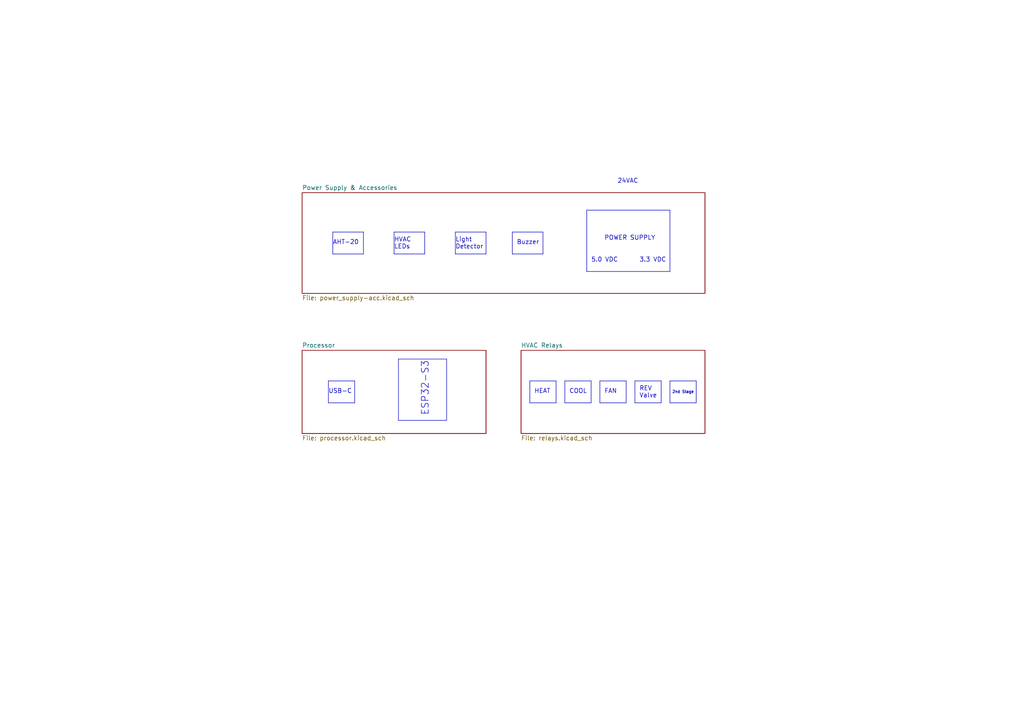
<source format=kicad_sch>
(kicad_sch
	(version 20250114)
	(generator "eeschema")
	(generator_version "9.0")
	(uuid "9849e7c6-d846-4b7e-a6f5-430ab599b80a")
	(paper "A4")
	(title_block
		(title "Smart Thermostat")
		(date "2024-02-09")
		(rev "0.6.0")
		(company "Steve Meisner")
		(comment 1 "steve@meisners.net")
		(comment 2 "(C) 2024 Steven Meisner ")
	)
	(lib_symbols)
	(text "Light\nDetector"
		(exclude_from_sim no)
		(at 132.08 72.39 0)
		(effects
			(font
				(size 1.27 1.27)
			)
			(justify left bottom)
		)
		(uuid "0a7c69bd-973b-4abf-9637-3509815d639e")
	)
	(text "USB-C"
		(exclude_from_sim no)
		(at 95.25 114.3 0)
		(effects
			(font
				(size 1.27 1.27)
			)
			(justify left bottom)
		)
		(uuid "2d85a6e1-9dc8-45c4-af11-ecc13cb7db88")
	)
	(text "2nd Stage"
		(exclude_from_sim no)
		(at 194.945 114.3 0)
		(effects
			(font
				(size 0.8 0.8)
			)
			(justify left bottom)
		)
		(uuid "3a61b60d-27b6-4604-9bcf-c2eb0eedacef")
	)
	(text "HEAT"
		(exclude_from_sim no)
		(at 154.94 114.3 0)
		(effects
			(font
				(size 1.27 1.27)
			)
			(justify left bottom)
		)
		(uuid "3db5a874-78c9-437b-af85-01a023dba23c")
	)
	(text "AHT-20"
		(exclude_from_sim no)
		(at 96.52 71.12 0)
		(effects
			(font
				(size 1.27 1.27)
			)
			(justify left bottom)
		)
		(uuid "51ffb460-81ac-4749-adca-74ce87ad2e39")
	)
	(text "HVAC\nLEDs"
		(exclude_from_sim no)
		(at 114.3 72.39 0)
		(effects
			(font
				(size 1.27 1.27)
			)
			(justify left bottom)
		)
		(uuid "59c7bbff-1cab-4277-908f-1404dac0dfae")
	)
	(text "FAN"
		(exclude_from_sim no)
		(at 175.26 114.3 0)
		(effects
			(font
				(size 1.27 1.27)
			)
			(justify left bottom)
		)
		(uuid "6cb491a8-af8d-4d4a-b816-d75cdbf4a308")
	)
	(text "Buzzer"
		(exclude_from_sim no)
		(at 149.86 71.12 0)
		(effects
			(font
				(size 1.27 1.27)
			)
			(justify left bottom)
		)
		(uuid "6de70376-fff9-4971-a00b-52572f6c51ba")
	)
	(text "POWER SUPPLY"
		(exclude_from_sim no)
		(at 175.26 69.85 0)
		(effects
			(font
				(size 1.27 1.27)
			)
			(justify left bottom)
		)
		(uuid "76badf2a-06f0-4e9e-a088-b176f4d97bf9")
	)
	(text "5.0 VDC"
		(exclude_from_sim no)
		(at 171.45 76.2 0)
		(effects
			(font
				(size 1.27 1.27)
			)
			(justify left bottom)
		)
		(uuid "98d8209c-7f34-4cd2-b26d-5a0a9549d2bc")
	)
	(text "3.3 VDC"
		(exclude_from_sim no)
		(at 185.42 76.2 0)
		(effects
			(font
				(size 1.27 1.27)
			)
			(justify left bottom)
		)
		(uuid "a7672e9e-72a6-43b5-a2c7-a056d8a2c572")
	)
	(text "REV\nValve"
		(exclude_from_sim no)
		(at 185.42 115.57 0)
		(effects
			(font
				(size 1.27 1.27)
			)
			(justify left bottom)
		)
		(uuid "c4d603d4-adcd-4197-a4ce-95283dc9e621")
	)
	(text "ESP32-S3"
		(exclude_from_sim no)
		(at 124.46 120.65 90)
		(effects
			(font
				(size 2 2)
			)
			(justify left bottom)
		)
		(uuid "cc481a0f-e376-4516-8701-ea2b94ad104a")
	)
	(text "24VAC"
		(exclude_from_sim no)
		(at 179.07 53.34 0)
		(effects
			(font
				(size 1.27 1.27)
			)
			(justify left bottom)
		)
		(uuid "db748078-6a1c-4337-a171-1688765b9154")
	)
	(text "COOL"
		(exclude_from_sim no)
		(at 165.1 114.3 0)
		(effects
			(font
				(size 1.27 1.27)
			)
			(justify left bottom)
		)
		(uuid "e332459c-95d2-48bf-858a-7daea91ff7f5")
	)
	(polyline
		(pts
			(xy 129.54 104.14) (xy 129.54 121.92)
		)
		(stroke
			(width 0)
			(type solid)
		)
		(uuid "1039e89b-6dc2-42d3-85cd-f48efb6a4af6")
	)
	(polyline
		(pts
			(xy 173.99 116.84) (xy 181.61 116.84)
		)
		(stroke
			(width 0)
			(type solid)
		)
		(uuid "10669ac9-80f3-4206-97a2-6379bdd1f02d")
	)
	(polyline
		(pts
			(xy 129.54 121.92) (xy 115.57 121.92)
		)
		(stroke
			(width 0)
			(type solid)
		)
		(uuid "1689c894-daf0-48dd-8b95-6671cfe1878a")
	)
	(polyline
		(pts
			(xy 132.08 67.31) (xy 140.97 67.31)
		)
		(stroke
			(width 0)
			(type solid)
		)
		(uuid "19c1fdfe-b7e6-4e83-976c-93bd126ff9c7")
	)
	(polyline
		(pts
			(xy 181.61 110.49) (xy 181.61 116.84)
		)
		(stroke
			(width 0)
			(type solid)
		)
		(uuid "20b24055-75c9-4588-85ec-b8cde1a64f65")
	)
	(polyline
		(pts
			(xy 184.15 110.49) (xy 191.77 110.49)
		)
		(stroke
			(width 0)
			(type solid)
		)
		(uuid "24d3e8c9-f819-4c00-958e-331db4b3b61e")
	)
	(polyline
		(pts
			(xy 184.15 116.84) (xy 191.77 116.84)
		)
		(stroke
			(width 0)
			(type solid)
		)
		(uuid "24d96608-613c-4602-a75e-4f026a117f8c")
	)
	(polyline
		(pts
			(xy 194.31 116.84) (xy 201.93 116.84)
		)
		(stroke
			(width 0)
			(type solid)
		)
		(uuid "276391b6-2d6a-4b56-9710-c83d47e793fb")
	)
	(polyline
		(pts
			(xy 157.48 67.31) (xy 157.48 73.66)
		)
		(stroke
			(width 0)
			(type solid)
		)
		(uuid "33c1f06b-e4c9-4552-a958-45a04800b9c6")
	)
	(polyline
		(pts
			(xy 170.18 60.96) (xy 170.18 78.74)
		)
		(stroke
			(width 0)
			(type solid)
		)
		(uuid "37c37dd2-7203-4315-ba95-b6dded35b76c")
	)
	(polyline
		(pts
			(xy 102.87 110.49) (xy 102.87 116.84)
		)
		(stroke
			(width 0)
			(type solid)
		)
		(uuid "3920845a-34f0-492a-b515-77c60fbf3344")
	)
	(polyline
		(pts
			(xy 153.67 116.84) (xy 161.29 116.84)
		)
		(stroke
			(width 0)
			(type solid)
		)
		(uuid "3d0beb2b-eb1e-47f4-bccb-8d32c44b0d72")
	)
	(polyline
		(pts
			(xy 194.31 110.49) (xy 194.31 116.84)
		)
		(stroke
			(width 0)
			(type solid)
		)
		(uuid "3e697f48-7a09-4be3-a010-13878f47d881")
	)
	(polyline
		(pts
			(xy 191.77 110.49) (xy 191.77 116.84)
		)
		(stroke
			(width 0)
			(type solid)
		)
		(uuid "410a4907-f9e4-46c9-a9dd-0dea81838125")
	)
	(polyline
		(pts
			(xy 163.83 110.49) (xy 171.45 110.49)
		)
		(stroke
			(width 0)
			(type solid)
		)
		(uuid "41846b7a-053e-4d0e-b64b-c766a8385437")
	)
	(polyline
		(pts
			(xy 105.41 67.31) (xy 105.41 73.66)
		)
		(stroke
			(width 0)
			(type solid)
		)
		(uuid "46c87a9e-d167-4582-91a3-0c966eb9db84")
	)
	(polyline
		(pts
			(xy 184.15 110.49) (xy 184.15 116.84)
		)
		(stroke
			(width 0)
			(type solid)
		)
		(uuid "49602eb7-bef5-46bb-8c46-2799fe588775")
	)
	(polyline
		(pts
			(xy 114.3 67.31) (xy 114.3 73.66)
		)
		(stroke
			(width 0)
			(type solid)
		)
		(uuid "4eb745e2-adcc-4a2d-8d80-0ecad49c1c54")
	)
	(polyline
		(pts
			(xy 140.97 67.31) (xy 140.97 73.66)
		)
		(stroke
			(width 0)
			(type solid)
		)
		(uuid "55d5d19a-eb64-485e-985d-ddbc3dfe7876")
	)
	(polyline
		(pts
			(xy 96.52 67.31) (xy 96.52 73.66)
		)
		(stroke
			(width 0)
			(type solid)
		)
		(uuid "6881a3d0-9a65-43ea-8c6d-571735aa4f69")
	)
	(polyline
		(pts
			(xy 173.99 110.49) (xy 181.61 110.49)
		)
		(stroke
			(width 0)
			(type solid)
		)
		(uuid "6c991707-3f5e-4979-bbb9-d8d810112a61")
	)
	(polyline
		(pts
			(xy 194.31 78.74) (xy 170.18 78.74)
		)
		(stroke
			(width 0)
			(type solid)
		)
		(uuid "6d431960-d885-4908-a3be-ab39a4e156c8")
	)
	(polyline
		(pts
			(xy 171.45 110.49) (xy 171.45 116.84)
		)
		(stroke
			(width 0)
			(type solid)
		)
		(uuid "7038a0bf-85cc-407a-a7c3-83d7bf35c0c8")
	)
	(polyline
		(pts
			(xy 170.18 60.96) (xy 194.31 60.96)
		)
		(stroke
			(width 0)
			(type solid)
		)
		(uuid "706ee2fe-d54d-42f4-8a37-37f627d5e7fa")
	)
	(polyline
		(pts
			(xy 148.59 67.31) (xy 148.59 73.66)
		)
		(stroke
			(width 0)
			(type solid)
		)
		(uuid "80a78da2-78b9-4e63-a60a-2eb293606f9f")
	)
	(polyline
		(pts
			(xy 201.93 110.49) (xy 201.93 116.84)
		)
		(stroke
			(width 0)
			(type solid)
		)
		(uuid "8571dfd3-c6dd-4981-8388-b201e7f17b80")
	)
	(polyline
		(pts
			(xy 132.08 73.66) (xy 140.97 73.66)
		)
		(stroke
			(width 0)
			(type solid)
		)
		(uuid "866d2c97-9370-4e4a-baae-ec5e8f7d3317")
	)
	(polyline
		(pts
			(xy 114.3 67.31) (xy 123.19 67.31)
		)
		(stroke
			(width 0)
			(type solid)
		)
		(uuid "86ecf6ab-65f4-4e6c-8365-751de482bcec")
	)
	(polyline
		(pts
			(xy 115.57 104.14) (xy 129.54 104.14)
		)
		(stroke
			(width 0)
			(type solid)
		)
		(uuid "913755ec-e679-4846-977d-526a9bfa905a")
	)
	(polyline
		(pts
			(xy 153.67 110.49) (xy 161.29 110.49)
		)
		(stroke
			(width 0)
			(type solid)
		)
		(uuid "a15c202e-1e65-4a70-b30c-6097e64cf111")
	)
	(polyline
		(pts
			(xy 153.67 110.49) (xy 153.67 116.84)
		)
		(stroke
			(width 0)
			(type solid)
		)
		(uuid "a345d1d3-38ba-4fa5-a7fd-9ed2d86b0d47")
	)
	(polyline
		(pts
			(xy 96.52 67.31) (xy 105.41 67.31)
		)
		(stroke
			(width 0)
			(type solid)
		)
		(uuid "abd170d1-b2a6-4b28-9d83-562e41dbf907")
	)
	(polyline
		(pts
			(xy 148.59 73.66) (xy 157.48 73.66)
		)
		(stroke
			(width 0)
			(type solid)
		)
		(uuid "b20827c6-1e16-4069-a9a1-cf9ebfa5a62a")
	)
	(polyline
		(pts
			(xy 148.59 67.31) (xy 157.48 67.31)
		)
		(stroke
			(width 0)
			(type solid)
		)
		(uuid "b2266876-7a12-4205-90a7-c6e0c8d1ba2a")
	)
	(polyline
		(pts
			(xy 95.25 110.49) (xy 102.87 110.49)
		)
		(stroke
			(width 0)
			(type solid)
		)
		(uuid "b61dbb01-2b3e-4405-9d59-37267864dae5")
	)
	(polyline
		(pts
			(xy 96.52 73.66) (xy 105.41 73.66)
		)
		(stroke
			(width 0)
			(type solid)
		)
		(uuid "c76ebffd-aa55-4df9-8f9a-651443adbdf9")
	)
	(polyline
		(pts
			(xy 95.25 116.84) (xy 102.87 116.84)
		)
		(stroke
			(width 0)
			(type solid)
		)
		(uuid "c7847798-a512-47af-a7db-5d5e98fc5f21")
	)
	(polyline
		(pts
			(xy 163.83 110.49) (xy 163.83 116.84)
		)
		(stroke
			(width 0)
			(type solid)
		)
		(uuid "d590577f-0517-4336-bd97-c1fb6f530ce9")
	)
	(polyline
		(pts
			(xy 115.57 104.14) (xy 115.57 121.92)
		)
		(stroke
			(width 0)
			(type solid)
		)
		(uuid "daf3484f-5172-4c0b-b86d-efa6b0095316")
	)
	(polyline
		(pts
			(xy 194.31 110.49) (xy 201.93 110.49)
		)
		(stroke
			(width 0)
			(type solid)
		)
		(uuid "dd046525-a603-446a-b359-b46b76b79452")
	)
	(polyline
		(pts
			(xy 132.08 67.31) (xy 132.08 73.66)
		)
		(stroke
			(width 0)
			(type solid)
		)
		(uuid "e09a1730-7c39-4d4b-8cb9-49eb09d7ff27")
	)
	(polyline
		(pts
			(xy 114.3 73.66) (xy 123.19 73.66)
		)
		(stroke
			(width 0)
			(type solid)
		)
		(uuid "e51486b5-a3c2-4f51-8af5-ba38a6267b4b")
	)
	(polyline
		(pts
			(xy 173.99 110.49) (xy 173.99 116.84)
		)
		(stroke
			(width 0)
			(type solid)
		)
		(uuid "e8103c0d-ab36-4530-a37d-6f76654152ab")
	)
	(polyline
		(pts
			(xy 161.29 110.49) (xy 161.29 116.84)
		)
		(stroke
			(width 0)
			(type solid)
		)
		(uuid "f3553d8f-bb7b-4ef2-9e97-b0e9e0fcc0b8")
	)
	(polyline
		(pts
			(xy 163.83 116.84) (xy 171.45 116.84)
		)
		(stroke
			(width 0)
			(type solid)
		)
		(uuid "f5aaf8b9-33c4-4d35-9ed5-391784bddc41")
	)
	(polyline
		(pts
			(xy 123.19 67.31) (xy 123.19 73.66)
		)
		(stroke
			(width 0)
			(type solid)
		)
		(uuid "f84e9d5e-78c0-413b-bb2b-9ed0bc5b064a")
	)
	(polyline
		(pts
			(xy 194.31 60.96) (xy 194.31 78.74)
		)
		(stroke
			(width 0)
			(type solid)
		)
		(uuid "f94a0d73-6eda-4033-9663-dadebd3a5912")
	)
	(polyline
		(pts
			(xy 95.25 110.49) (xy 95.25 116.84)
		)
		(stroke
			(width 0)
			(type solid)
		)
		(uuid "fd09c6a1-4cbf-4c46-8424-0565bad322ee")
	)
	(sheet
		(at 87.63 101.6)
		(size 53.34 24.13)
		(exclude_from_sim no)
		(in_bom yes)
		(on_board yes)
		(dnp no)
		(fields_autoplaced yes)
		(stroke
			(width 0.1524)
			(type solid)
		)
		(fill
			(color 0 0 0 0.0000)
		)
		(uuid "059cb07a-9394-49cb-9bd5-98378095e2b4")
		(property "Sheetname" "Processor"
			(at 87.63 100.8884 0)
			(effects
				(font
					(size 1.27 1.27)
				)
				(justify left bottom)
			)
		)
		(property "Sheetfile" "processor.kicad_sch"
			(at 87.63 126.3146 0)
			(effects
				(font
					(size 1.27 1.27)
				)
				(justify left top)
			)
		)
		(instances
			(project "Thermostat"
				(path "/9849e7c6-d846-4b7e-a6f5-430ab599b80a"
					(page "2")
				)
			)
		)
	)
	(sheet
		(at 0 214.63)
		(size 297.18 40.64)
		(exclude_from_sim no)
		(in_bom yes)
		(on_board yes)
		(dnp no)
		(fields_autoplaced yes)
		(stroke
			(width 0.1524)
			(type solid)
		)
		(fill
			(color 0 0 0 0.0000)
		)
		(uuid "214339f3-f887-4a7f-bd27-1751c02d7413")
		(property "Sheetname" "Unused Components"
			(at 0 213.9184 0)
			(effects
				(font
					(size 1.27 1.27)
				)
				(justify left bottom)
			)
		)
		(property "Sheetfile" "unused.kicad_sch"
			(at 0 255.8546 0)
			(effects
				(font
					(size 1.27 1.27)
				)
				(justify left top)
			)
		)
		(instances
			(project "Thermostat"
				(path "/9849e7c6-d846-4b7e-a6f5-430ab599b80a"
					(page "5")
				)
			)
		)
	)
	(sheet
		(at 151.13 101.6)
		(size 53.34 24.13)
		(exclude_from_sim no)
		(in_bom yes)
		(on_board yes)
		(dnp no)
		(fields_autoplaced yes)
		(stroke
			(width 0.1524)
			(type solid)
		)
		(fill
			(color 0 0 0 0.0000)
		)
		(uuid "50b1ad93-8ea3-4ccd-bd39-47e77fb36e46")
		(property "Sheetname" "HVAC Relays"
			(at 151.13 100.8884 0)
			(effects
				(font
					(size 1.27 1.27)
				)
				(justify left bottom)
			)
		)
		(property "Sheetfile" "relays.kicad_sch"
			(at 151.13 126.3146 0)
			(effects
				(font
					(size 1.27 1.27)
				)
				(justify left top)
			)
		)
		(instances
			(project "Thermostat"
				(path "/9849e7c6-d846-4b7e-a6f5-430ab599b80a"
					(page "3")
				)
			)
		)
	)
	(sheet
		(at 87.63 55.88)
		(size 116.84 29.21)
		(exclude_from_sim no)
		(in_bom yes)
		(on_board yes)
		(dnp no)
		(fields_autoplaced yes)
		(stroke
			(width 0.1524)
			(type solid)
		)
		(fill
			(color 0 0 0 0.0000)
		)
		(uuid "feb45bc2-594f-4542-9dc7-f7540a7d687f")
		(property "Sheetname" "Power Supply & Accessories"
			(at 87.63 55.1684 0)
			(effects
				(font
					(size 1.27 1.27)
				)
				(justify left bottom)
			)
		)
		(property "Sheetfile" "power_supply-acc.kicad_sch"
			(at 87.63 85.6746 0)
			(effects
				(font
					(size 1.27 1.27)
				)
				(justify left top)
			)
		)
		(instances
			(project "Thermostat"
				(path "/9849e7c6-d846-4b7e-a6f5-430ab599b80a"
					(page "3")
				)
			)
		)
	)
	(sheet_instances
		(path "/"
			(page "1")
		)
	)
	(embedded_fonts no)
)

</source>
